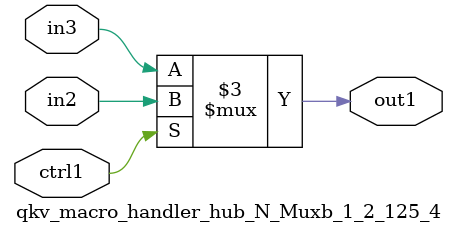
<source format=v>

`timescale 1ps / 1ps


module qkv_macro_handler_hub_N_Muxb_1_2_125_4( in3, in2, ctrl1, out1 );

    input in3;
    input in2;
    input ctrl1;
    output out1;
    reg out1;

    
    // rtl_process:qkv_macro_handler_hub_N_Muxb_1_2_125_4/qkv_macro_handler_hub_N_Muxb_1_2_125_4_thread_1
    always @*
      begin : qkv_macro_handler_hub_N_Muxb_1_2_125_4_thread_1
        case (ctrl1) 
          1'b1: 
            begin
              out1 = in2;
            end
          default: 
            begin
              out1 = in3;
            end
        endcase
      end

endmodule



</source>
